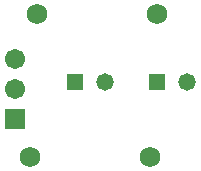
<source format=gbs>
G04 DipTrace 2.3.1.0*
%INlinebot-sensor-v2.0.gbs*%
%MOIN*%
%ADD24C,0.068*%
%ADD26C,0.068*%
%ADD28C,0.0671*%
%ADD30R,0.0671X0.0671*%
%ADD32R,0.058X0.058*%
%ADD34C,0.058*%
%FSLAX44Y44*%
G04*
G70*
G90*
G75*
G01*
%LNBotMask*%
%LPD*%
D34*
X4250Y4250D3*
D32*
X3250D3*
D30*
X1250Y3000D3*
D28*
Y4000D3*
Y5000D3*
D26*
X2000Y6500D3*
D24*
X6000D3*
D26*
X5750Y1750D3*
D24*
X1750D3*
D34*
X7000Y4250D3*
D32*
X6000D3*
M02*

</source>
